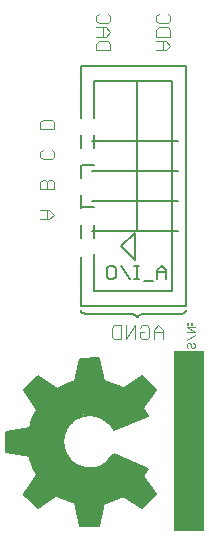
<source format=gbo>
G75*
G70*
%OFA0B0*%
%FSLAX24Y24*%
%IPPOS*%
%LPD*%
%AMOC8*
5,1,8,0,0,1.08239X$1,22.5*
%
%ADD10C,0.0040*%
%ADD11C,0.0060*%
%ADD12C,0.0020*%
%ADD13R,0.1000X0.6000*%
%ADD14C,0.0050*%
%ADD15C,0.0080*%
D10*
X006519Y012045D02*
X006442Y012122D01*
X006442Y012429D01*
X006519Y012505D01*
X006749Y012505D01*
X006749Y012045D01*
X006519Y012045D01*
X006902Y012045D02*
X006902Y012505D01*
X007209Y012505D02*
X006902Y012045D01*
X007209Y012045D02*
X007209Y012505D01*
X007363Y012429D02*
X007439Y012505D01*
X007593Y012505D01*
X007670Y012429D01*
X007670Y012122D01*
X007593Y012045D01*
X007439Y012045D01*
X007363Y012122D01*
X007363Y012275D01*
X007516Y012275D01*
X007823Y012275D02*
X008130Y012275D01*
X008130Y012352D02*
X007977Y012505D01*
X007823Y012352D01*
X007823Y012045D01*
X008130Y012045D02*
X008130Y012352D01*
X004352Y016045D02*
X004505Y016198D01*
X004352Y016352D01*
X004045Y016352D01*
X004275Y016352D02*
X004275Y016045D01*
X004352Y016045D02*
X004045Y016045D01*
X004045Y017045D02*
X004045Y017275D01*
X004122Y017352D01*
X004198Y017352D01*
X004275Y017275D01*
X004275Y017045D01*
X004045Y017045D02*
X004505Y017045D01*
X004505Y017275D01*
X004429Y017352D01*
X004352Y017352D01*
X004275Y017275D01*
X004122Y018045D02*
X004045Y018122D01*
X004045Y018275D01*
X004122Y018352D01*
X004122Y018045D02*
X004429Y018045D01*
X004505Y018122D01*
X004505Y018275D01*
X004429Y018352D01*
X004505Y019045D02*
X004045Y019045D01*
X004045Y019275D01*
X004122Y019352D01*
X004429Y019352D01*
X004505Y019275D01*
X004505Y019045D01*
X005920Y021670D02*
X005920Y021900D01*
X005997Y021977D01*
X006304Y021977D01*
X006380Y021900D01*
X006380Y021670D01*
X005920Y021670D01*
X005920Y022130D02*
X006227Y022130D01*
X006380Y022284D01*
X006227Y022437D01*
X005920Y022437D01*
X005997Y022591D02*
X005920Y022668D01*
X005920Y022821D01*
X005997Y022898D01*
X005997Y022591D02*
X006304Y022591D01*
X006380Y022668D01*
X006380Y022821D01*
X006304Y022898D01*
X006150Y022437D02*
X006150Y022130D01*
X007920Y022130D02*
X007920Y022361D01*
X007997Y022437D01*
X008304Y022437D01*
X008380Y022361D01*
X008380Y022130D01*
X007920Y022130D01*
X007920Y021977D02*
X008227Y021977D01*
X008380Y021823D01*
X008227Y021670D01*
X007920Y021670D01*
X008150Y021670D02*
X008150Y021977D01*
X007997Y022591D02*
X007920Y022668D01*
X007920Y022821D01*
X007997Y022898D01*
X007997Y022591D02*
X008304Y022591D01*
X008380Y022668D01*
X008380Y022821D01*
X008304Y022898D01*
D11*
X007275Y020650D02*
X007275Y015650D01*
X006995Y012900D02*
X005525Y012900D01*
X005505Y012902D01*
X005486Y012906D01*
X005468Y012914D01*
X005452Y012924D01*
X005437Y012937D01*
X005424Y012952D01*
X005414Y012968D01*
X005406Y012986D01*
X005402Y013005D01*
X005400Y013025D01*
X005412Y011382D02*
X005995Y011382D01*
X005990Y011410D02*
X005370Y011380D01*
X005250Y010620D01*
X004580Y010350D01*
X003950Y010760D01*
X003540Y010350D01*
X003970Y009680D01*
X003710Y009070D01*
X002940Y008920D01*
X002950Y008300D01*
X003720Y008160D01*
X003970Y007520D01*
X003520Y006860D01*
X003970Y006440D01*
X004600Y006870D01*
X005260Y006580D01*
X005400Y005820D01*
X006000Y005840D01*
X006140Y006630D01*
X006880Y006840D01*
X007430Y006450D01*
X007850Y006870D01*
X007440Y007480D01*
X007580Y007710D01*
X006480Y008170D01*
X006110Y007780D01*
X005540Y007710D01*
X005000Y007980D01*
X004770Y008590D01*
X004930Y009170D01*
X005360Y009500D01*
X005860Y009540D01*
X006340Y009320D01*
X006520Y009060D01*
X007590Y009500D01*
X007420Y009750D01*
X007850Y010360D01*
X007430Y010780D01*
X006810Y010350D01*
X006120Y010650D01*
X005990Y011410D01*
X006005Y011324D02*
X005361Y011324D01*
X005352Y011265D02*
X006015Y011265D01*
X006025Y011207D02*
X005343Y011207D01*
X005333Y011148D02*
X006035Y011148D01*
X006045Y011090D02*
X005324Y011090D01*
X005315Y011031D02*
X006055Y011031D01*
X006065Y010973D02*
X005306Y010973D01*
X005296Y010914D02*
X006075Y010914D01*
X006085Y010856D02*
X005287Y010856D01*
X005278Y010797D02*
X006095Y010797D01*
X006105Y010739D02*
X005269Y010739D01*
X005259Y010680D02*
X006115Y010680D01*
X006185Y010622D02*
X005250Y010622D01*
X005109Y010563D02*
X006320Y010563D01*
X006455Y010505D02*
X004963Y010505D01*
X004818Y010446D02*
X006589Y010446D01*
X006724Y010388D02*
X004673Y010388D01*
X004522Y010388D02*
X003578Y010388D01*
X003553Y010329D02*
X007828Y010329D01*
X007822Y010388D02*
X006864Y010388D01*
X006948Y010446D02*
X007764Y010446D01*
X007705Y010505D02*
X007033Y010505D01*
X007117Y010563D02*
X007647Y010563D01*
X007588Y010622D02*
X007202Y010622D01*
X007286Y010680D02*
X007530Y010680D01*
X007471Y010739D02*
X007370Y010739D01*
X007704Y010154D02*
X003666Y010154D01*
X003629Y010212D02*
X007746Y010212D01*
X007787Y010271D02*
X003591Y010271D01*
X003636Y010446D02*
X004432Y010446D01*
X004343Y010505D02*
X003695Y010505D01*
X003753Y010563D02*
X004253Y010563D01*
X004163Y010622D02*
X003812Y010622D01*
X003870Y010680D02*
X004073Y010680D01*
X003983Y010739D02*
X003929Y010739D01*
X003704Y010095D02*
X007663Y010095D01*
X007622Y010037D02*
X003741Y010037D01*
X003779Y009978D02*
X007581Y009978D01*
X007540Y009920D02*
X003816Y009920D01*
X003854Y009861D02*
X007498Y009861D01*
X007457Y009803D02*
X003891Y009803D01*
X003929Y009744D02*
X007424Y009744D01*
X007464Y009686D02*
X003966Y009686D01*
X003947Y009627D02*
X007504Y009627D01*
X007543Y009569D02*
X003922Y009569D01*
X003898Y009510D02*
X005485Y009510D01*
X005297Y009452D02*
X003873Y009452D01*
X003848Y009393D02*
X005221Y009393D01*
X005144Y009335D02*
X003823Y009335D01*
X003798Y009276D02*
X005068Y009276D01*
X004992Y009218D02*
X003773Y009218D01*
X003748Y009159D02*
X004927Y009159D01*
X004911Y009101D02*
X003723Y009101D01*
X003566Y009042D02*
X004895Y009042D01*
X004879Y008984D02*
X003266Y008984D01*
X002966Y008925D02*
X004862Y008925D01*
X004846Y008867D02*
X002941Y008867D01*
X002942Y008808D02*
X004830Y008808D01*
X004814Y008750D02*
X002943Y008750D01*
X002944Y008691D02*
X004798Y008691D01*
X004782Y008633D02*
X002945Y008633D01*
X002946Y008574D02*
X004776Y008574D01*
X004798Y008516D02*
X002947Y008516D01*
X002947Y008457D02*
X004820Y008457D01*
X004842Y008399D02*
X002948Y008399D01*
X002949Y008340D02*
X004864Y008340D01*
X004886Y008282D02*
X003052Y008282D01*
X003373Y008223D02*
X004908Y008223D01*
X004930Y008165D02*
X003695Y008165D01*
X003741Y008106D02*
X004952Y008106D01*
X004975Y008048D02*
X003764Y008048D01*
X003787Y007989D02*
X004997Y007989D01*
X005099Y007931D02*
X003810Y007931D01*
X003832Y007872D02*
X005216Y007872D01*
X005333Y007814D02*
X003855Y007814D01*
X003878Y007755D02*
X005450Y007755D01*
X005907Y007755D02*
X007472Y007755D01*
X007572Y007697D02*
X003901Y007697D01*
X003924Y007638D02*
X007536Y007638D01*
X007501Y007580D02*
X003947Y007580D01*
X003970Y007521D02*
X007465Y007521D01*
X007452Y007463D02*
X003931Y007463D01*
X003891Y007404D02*
X007491Y007404D01*
X007530Y007346D02*
X003851Y007346D01*
X003811Y007287D02*
X007570Y007287D01*
X007609Y007229D02*
X003771Y007229D01*
X003731Y007170D02*
X007648Y007170D01*
X007688Y007112D02*
X003691Y007112D01*
X003652Y007053D02*
X007727Y007053D01*
X007766Y006995D02*
X003612Y006995D01*
X003572Y006936D02*
X007806Y006936D01*
X007845Y006878D02*
X003532Y006878D01*
X003564Y006819D02*
X004525Y006819D01*
X004440Y006761D02*
X003627Y006761D01*
X003689Y006702D02*
X004354Y006702D01*
X004268Y006644D02*
X003752Y006644D01*
X003815Y006585D02*
X004182Y006585D01*
X004097Y006527D02*
X003877Y006527D01*
X003940Y006468D02*
X004011Y006468D01*
X004716Y006819D02*
X006806Y006819D01*
X006910Y006819D02*
X007799Y006819D01*
X007741Y006761D02*
X006992Y006761D01*
X007075Y006702D02*
X007682Y006702D01*
X007624Y006644D02*
X007157Y006644D01*
X007240Y006585D02*
X007565Y006585D01*
X007507Y006527D02*
X007322Y006527D01*
X007405Y006468D02*
X007448Y006468D01*
X007332Y007814D02*
X006142Y007814D01*
X006197Y007872D02*
X007193Y007872D01*
X007053Y007931D02*
X006253Y007931D01*
X006308Y007989D02*
X006913Y007989D01*
X006773Y008048D02*
X006364Y008048D01*
X006419Y008106D02*
X006633Y008106D01*
X006493Y008165D02*
X006475Y008165D01*
X006492Y009101D02*
X006619Y009101D01*
X006761Y009159D02*
X006451Y009159D01*
X006411Y009218D02*
X006903Y009218D01*
X007045Y009276D02*
X006370Y009276D01*
X006308Y009335D02*
X007188Y009335D01*
X007330Y009393D02*
X006181Y009393D01*
X006053Y009452D02*
X007472Y009452D01*
X007583Y009510D02*
X005925Y009510D01*
X006600Y006761D02*
X004849Y006761D01*
X004982Y006702D02*
X006394Y006702D01*
X006188Y006644D02*
X005115Y006644D01*
X005249Y006585D02*
X006132Y006585D01*
X006122Y006527D02*
X005270Y006527D01*
X005281Y006468D02*
X006111Y006468D01*
X006101Y006410D02*
X005291Y006410D01*
X005302Y006351D02*
X006091Y006351D01*
X006080Y006293D02*
X005313Y006293D01*
X005324Y006234D02*
X006070Y006234D01*
X006059Y006176D02*
X005335Y006176D01*
X005345Y006117D02*
X006049Y006117D01*
X006039Y006059D02*
X005356Y006059D01*
X005367Y006000D02*
X006028Y006000D01*
X006018Y005942D02*
X005378Y005942D01*
X005388Y005883D02*
X006008Y005883D01*
X005536Y005825D02*
X005399Y005825D01*
X007260Y012790D02*
X007233Y012815D01*
X007203Y012837D01*
X007172Y012856D01*
X007139Y012871D01*
X007104Y012884D01*
X007068Y012893D01*
X007032Y012898D01*
X006995Y012900D01*
X007260Y012790D02*
X007275Y012775D01*
X007290Y012790D01*
X007555Y012900D02*
X008775Y012900D01*
X008795Y012902D01*
X008814Y012906D01*
X008832Y012914D01*
X008848Y012924D01*
X008863Y012937D01*
X008876Y012952D01*
X008886Y012968D01*
X008894Y012986D01*
X008898Y013005D01*
X008900Y013025D01*
X008650Y015650D02*
X005775Y015650D01*
X005775Y016650D02*
X008650Y016650D01*
X008650Y017650D02*
X005775Y017650D01*
X005775Y018650D02*
X008650Y018650D01*
X007555Y012900D02*
X007518Y012898D01*
X007482Y012893D01*
X007446Y012884D01*
X007411Y012871D01*
X007378Y012856D01*
X007347Y012837D01*
X007317Y012815D01*
X007290Y012790D01*
D12*
X008930Y012574D02*
X008930Y012531D01*
X008973Y012531D01*
X008973Y012574D01*
X008930Y012574D01*
X008930Y012447D02*
X009190Y012447D01*
X009103Y012531D02*
X009060Y012531D01*
X009060Y012574D01*
X009103Y012574D01*
X009103Y012531D01*
X008930Y012447D02*
X009190Y012273D01*
X008930Y012273D01*
X008930Y012015D02*
X009190Y012189D01*
X009147Y011931D02*
X009190Y011888D01*
X009190Y011801D01*
X009147Y011758D01*
X009103Y011758D01*
X009060Y011801D01*
X009060Y011888D01*
X009017Y011931D01*
X008973Y011931D01*
X008930Y011888D01*
X008930Y011801D01*
X008973Y011758D01*
D13*
X009000Y008650D03*
D14*
X008900Y013150D02*
X008900Y021150D01*
X005400Y021150D01*
X005400Y019425D01*
X005400Y018850D02*
X005400Y018425D01*
X005400Y017850D02*
X005400Y017425D01*
X005425Y017850D02*
X005850Y017850D01*
X005850Y018425D02*
X005850Y018850D01*
X005850Y019425D02*
X005850Y020650D01*
X008450Y020650D01*
X008450Y013650D01*
X005850Y013650D01*
X005850Y014875D01*
X005850Y015425D02*
X005850Y015850D01*
X005850Y016450D02*
X005425Y016450D01*
X005400Y016425D02*
X005400Y016850D01*
X005400Y015850D02*
X005400Y015425D01*
X005400Y014800D02*
X005400Y013150D01*
X008900Y013150D01*
X008250Y014050D02*
X008250Y014350D01*
X008100Y014500D01*
X007950Y014350D01*
X007950Y014050D01*
X007790Y013975D02*
X007489Y013975D01*
X007329Y014050D02*
X007179Y014050D01*
X007254Y014050D02*
X007254Y014500D01*
X007329Y014500D02*
X007179Y014500D01*
X007200Y014700D02*
X007200Y015600D01*
X006750Y015150D01*
X007200Y014700D01*
X006722Y014500D02*
X007022Y014050D01*
X006562Y014125D02*
X006487Y014050D01*
X006337Y014050D01*
X006262Y014125D01*
X006262Y014425D01*
X006337Y014500D01*
X006487Y014500D01*
X006562Y014425D01*
X006562Y014125D01*
X007950Y014275D02*
X008250Y014275D01*
D15*
X003690Y008140D02*
X002910Y008290D01*
X002910Y008940D01*
X003690Y009090D01*
X003940Y009690D02*
X003500Y010350D01*
X003960Y010810D01*
X004600Y010370D01*
X005220Y010640D02*
X005370Y011400D01*
X006020Y011400D01*
X006160Y010650D01*
X006810Y010390D02*
X007430Y010810D01*
X007890Y010350D01*
X007480Y009750D01*
X007630Y009490D01*
X006490Y009020D01*
X006490Y008210D02*
X007630Y007730D01*
X007480Y007470D01*
X007890Y006870D01*
X007440Y006410D01*
X006820Y006830D01*
X006160Y006570D02*
X006020Y005820D01*
X005370Y005820D01*
X005220Y006580D01*
X004600Y006850D02*
X003960Y006410D01*
X003490Y006870D01*
X003940Y007530D01*
X006480Y008210D02*
X006450Y008159D01*
X006418Y008111D01*
X006382Y008064D01*
X006343Y008020D01*
X006301Y007978D01*
X006257Y007940D01*
X006210Y007904D01*
X006161Y007872D01*
X006110Y007843D01*
X006057Y007817D01*
X006002Y007795D01*
X005946Y007777D01*
X005889Y007763D01*
X005831Y007752D01*
X005773Y007745D01*
X005714Y007742D01*
X005655Y007743D01*
X005597Y007748D01*
X005539Y007757D01*
X005481Y007770D01*
X005425Y007786D01*
X005369Y007806D01*
X005316Y007830D01*
X005264Y007857D01*
X005213Y007888D01*
X005165Y007922D01*
X005120Y007959D01*
X005077Y007999D01*
X005037Y008042D01*
X004999Y008088D01*
X004965Y008136D01*
X004934Y008186D01*
X004906Y008238D01*
X004882Y008291D01*
X004862Y008347D01*
X004845Y008403D01*
X004832Y008460D01*
X004823Y008518D01*
X004818Y008577D01*
X004817Y008636D01*
X004820Y008695D01*
X004826Y008753D01*
X004837Y008811D01*
X004851Y008868D01*
X004869Y008924D01*
X004891Y008979D01*
X004916Y009032D01*
X004945Y009083D01*
X004977Y009132D01*
X005013Y009179D01*
X005051Y009224D01*
X005092Y009266D01*
X005136Y009305D01*
X005183Y009341D01*
X005232Y009374D01*
X005283Y009403D01*
X005335Y009429D01*
X005390Y009452D01*
X005445Y009471D01*
X005502Y009486D01*
X005560Y009497D01*
X005618Y009504D01*
X005677Y009508D01*
X005736Y009507D01*
X005795Y009503D01*
X005853Y009495D01*
X005910Y009483D01*
X005967Y009467D01*
X006022Y009447D01*
X006077Y009424D01*
X006129Y009397D01*
X006179Y009367D01*
X006228Y009333D01*
X006274Y009296D01*
X006317Y009257D01*
X006358Y009214D01*
X006395Y009169D01*
X006430Y009122D01*
X006462Y009072D01*
X006490Y009020D01*
X006810Y010390D02*
X006723Y010440D01*
X006634Y010486D01*
X006542Y010528D01*
X006449Y010565D01*
X006354Y010598D01*
X006258Y010626D01*
X006160Y010650D01*
X003940Y009690D02*
X003894Y009609D01*
X003852Y009527D01*
X003814Y009442D01*
X003780Y009356D01*
X003749Y009269D01*
X003723Y009180D01*
X003700Y009090D01*
X003690Y008140D02*
X003713Y008049D01*
X003741Y007958D01*
X003773Y007869D01*
X003809Y007782D01*
X003849Y007696D01*
X003892Y007612D01*
X003940Y007530D01*
X004600Y006850D02*
X004683Y006799D01*
X004768Y006752D01*
X004855Y006709D01*
X004944Y006671D01*
X005035Y006636D01*
X005127Y006606D01*
X005220Y006580D01*
X006161Y006570D02*
X006247Y006590D01*
X006333Y006613D01*
X006418Y006640D01*
X006502Y006671D01*
X006584Y006706D01*
X006665Y006744D01*
X006744Y006785D01*
X006821Y006830D01*
X005220Y010640D02*
X005126Y010614D01*
X005034Y010584D01*
X004944Y010549D01*
X004855Y010510D01*
X004768Y010468D01*
X004683Y010421D01*
X004600Y010370D01*
M02*

</source>
